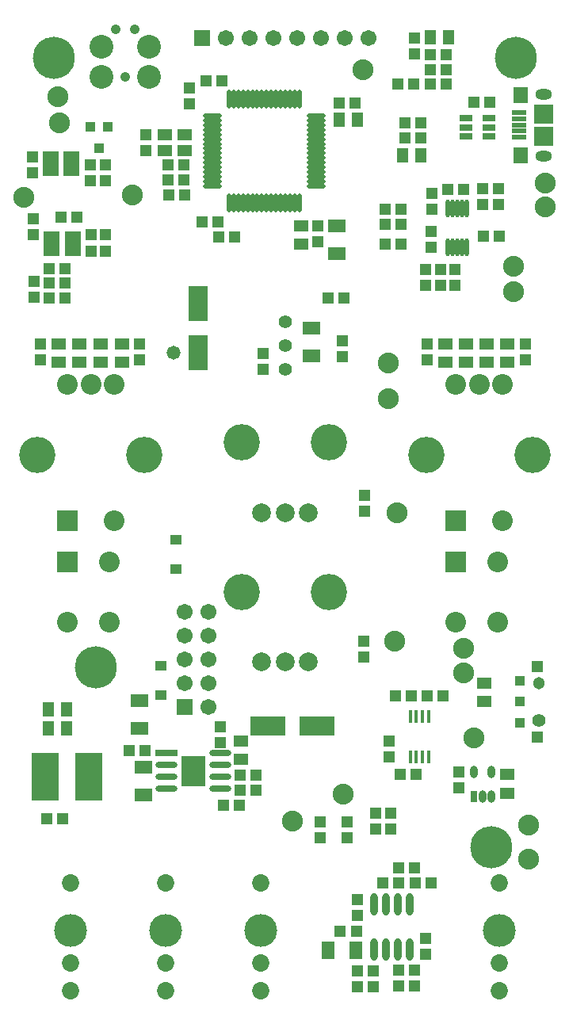
<source format=gts>
G04*
G04 #@! TF.GenerationSoftware,Altium Limited,CircuitStudio,1.5.1 (13)*
G04*
G04 Layer_Color=20142*
%FSLAX44Y44*%
%MOMM*%
G71*
G01*
G75*
%ADD10R,0.4318X1.4224*%
%ADD98R,1.1532X1.1032*%
%ADD99R,1.5032X1.2532*%
%ADD100R,1.4031X0.8032*%
%ADD101R,1.3032X1.2032*%
%ADD102R,1.5532X0.6032*%
%ADD103R,1.6032X1.8032*%
%ADD104R,2.1032X2.1032*%
%ADD105R,1.2032X1.3032*%
%ADD106R,1.2532X1.5032*%
%ADD107R,1.7532X0.6532*%
%ADD108R,1.0032X1.1032*%
%ADD109R,1.9532X1.3532*%
%ADD110O,0.5032X1.9032*%
%ADD111R,2.9032X5.1031*%
%ADD112O,2.0032X0.5032*%
%ADD113O,0.5032X2.0032*%
%ADD114R,1.5032X1.3032*%
%ADD115O,0.8032X2.4032*%
%ADD116R,1.3532X1.9532*%
%ADD117R,3.7532X2.0532*%
%ADD118R,2.0532X3.7532*%
%ADD119O,2.3532X0.6532*%
%ADD120R,2.3532X0.6532*%
%ADD121R,2.6032X3.3032*%
%ADD122O,0.8032X1.3032*%
%ADD123R,0.8032X1.3032*%
%ADD124R,1.0032X1.0032*%
%ADD125R,1.2032X1.2032*%
%ADD126C,2.2352*%
%ADD127C,4.5032*%
%ADD128O,1.8032X1.1032*%
%ADD129R,2.2032X2.2032*%
%ADD130C,2.2032*%
%ADD131R,2.2032X2.2032*%
%ADD132C,3.8651*%
%ADD133C,1.7032*%
%ADD134R,1.7032X1.7032*%
%ADD135C,1.0668*%
%ADD136C,2.5400*%
%ADD137R,1.7032X1.7032*%
%ADD138C,1.4032*%
%ADD139C,2.0033*%
%ADD140C,1.8533*%
%ADD141C,3.5032*%
%ADD142C,1.3032*%
%ADD143C,1.4732*%
D10*
X685194Y564769D02*
D03*
X691694D02*
D03*
X698194D02*
D03*
X704694D02*
D03*
Y521335D02*
D03*
X698194D02*
D03*
X691694D02*
D03*
X685194D02*
D03*
D98*
X419100Y618744D02*
D03*
Y587244D02*
D03*
X435102Y722118D02*
D03*
Y753618D02*
D03*
D99*
X764540Y580546D02*
D03*
Y600046D02*
D03*
X788416Y962338D02*
D03*
Y942838D02*
D03*
X744916Y962338D02*
D03*
Y942838D02*
D03*
X722869Y962338D02*
D03*
Y942838D02*
D03*
X331963Y942584D02*
D03*
Y962084D02*
D03*
X354417D02*
D03*
Y942584D02*
D03*
X766963Y962338D02*
D03*
Y942838D02*
D03*
X309510Y942584D02*
D03*
Y962084D02*
D03*
X376870Y942584D02*
D03*
Y962084D02*
D03*
X504190Y538070D02*
D03*
Y518570D02*
D03*
X788416Y502256D02*
D03*
Y482756D02*
D03*
X568960Y1088488D02*
D03*
Y1068988D02*
D03*
D100*
X769673Y1184300D02*
D03*
Y1193800D02*
D03*
Y1203299D02*
D03*
X744675D02*
D03*
Y1193800D02*
D03*
Y1184300D02*
D03*
D101*
X696586Y1182624D02*
D03*
X679586D02*
D03*
X696586Y1198372D02*
D03*
X679586D02*
D03*
X752992Y1220470D02*
D03*
X769992D02*
D03*
X723528Y1240012D02*
D03*
X706528D02*
D03*
X706528Y1271762D02*
D03*
X723528D02*
D03*
X689238Y1240012D02*
D03*
X672238D02*
D03*
X299602Y1011682D02*
D03*
X316602D02*
D03*
X316602Y1027430D02*
D03*
X299602D02*
D03*
X299602Y1043178D02*
D03*
X316602D02*
D03*
X328794Y1097534D02*
D03*
X311794D02*
D03*
X658504Y1106424D02*
D03*
X675504D02*
D03*
X658504Y1068832D02*
D03*
X675504D02*
D03*
X780406Y1077976D02*
D03*
X763406D02*
D03*
X703462Y586486D02*
D03*
X720462D02*
D03*
X686172D02*
D03*
X669172D02*
D03*
X723528Y1255760D02*
D03*
X706528D02*
D03*
X443602Y1137412D02*
D03*
X426602D02*
D03*
X443348Y1153414D02*
D03*
X426348D02*
D03*
X479416Y1092708D02*
D03*
X462416D02*
D03*
X609482Y1219454D02*
D03*
X626482D02*
D03*
X483734Y1243838D02*
D03*
X466734D02*
D03*
X658504Y1090168D02*
D03*
X675504D02*
D03*
X385200Y527812D02*
D03*
X402200D02*
D03*
X296554Y455168D02*
D03*
X313554D02*
D03*
X520310Y501650D02*
D03*
X503310D02*
D03*
X520310Y485902D02*
D03*
X503310D02*
D03*
X502276Y469900D02*
D03*
X485276D02*
D03*
X742306Y1127252D02*
D03*
X725306D02*
D03*
X480450Y1076452D02*
D03*
X497450D02*
D03*
X672710Y386588D02*
D03*
X655710D02*
D03*
X610498Y334772D02*
D03*
X627498D02*
D03*
X690508Y386588D02*
D03*
X707508D02*
D03*
X646040Y292608D02*
D03*
X629040D02*
D03*
X672982Y276352D02*
D03*
X689982D02*
D03*
X672728Y293624D02*
D03*
X689728D02*
D03*
X672728Y402844D02*
D03*
X689728D02*
D03*
X629040Y276098D02*
D03*
X646040D02*
D03*
X597036Y1011682D02*
D03*
X614036D02*
D03*
X426856Y1121410D02*
D03*
X443856D02*
D03*
X691506Y502920D02*
D03*
X674506D02*
D03*
D102*
X801290Y1183340D02*
D03*
Y1189840D02*
D03*
Y1196340D02*
D03*
Y1202840D02*
D03*
Y1209340D02*
D03*
D103*
X803540Y1164340D02*
D03*
Y1228340D02*
D03*
D104*
X828040Y1184340D02*
D03*
Y1208340D02*
D03*
D105*
X690000Y1289250D02*
D03*
Y1272250D02*
D03*
X588772Y451594D02*
D03*
Y434594D02*
D03*
X617982Y451594D02*
D03*
Y434594D02*
D03*
X359156Y1136532D02*
D03*
Y1153532D02*
D03*
X343154Y1136532D02*
D03*
Y1153532D02*
D03*
X281940Y1145168D02*
D03*
Y1162168D02*
D03*
X282448Y1079382D02*
D03*
Y1096382D02*
D03*
X282956Y1012072D02*
D03*
Y1029072D02*
D03*
X359918Y1061856D02*
D03*
Y1078856D02*
D03*
X343916Y1061856D02*
D03*
Y1078856D02*
D03*
X635254Y644770D02*
D03*
Y627770D02*
D03*
X636016Y800726D02*
D03*
Y783726D02*
D03*
X290068Y962074D02*
D03*
Y945074D02*
D03*
X807974Y962270D02*
D03*
Y945270D02*
D03*
X703580Y962270D02*
D03*
Y945270D02*
D03*
X396240Y962074D02*
D03*
Y945074D02*
D03*
X779272Y1128640D02*
D03*
Y1111640D02*
D03*
X762508Y1128640D02*
D03*
Y1111640D02*
D03*
X528066Y952618D02*
D03*
Y935618D02*
D03*
X449580Y1218574D02*
D03*
Y1235574D02*
D03*
X586740Y1088254D02*
D03*
Y1071254D02*
D03*
X482600Y553330D02*
D03*
Y536330D02*
D03*
X733298Y1041772D02*
D03*
Y1024772D02*
D03*
X402336Y1185790D02*
D03*
Y1168790D02*
D03*
X708152Y1123306D02*
D03*
Y1106306D02*
D03*
X707136Y1082920D02*
D03*
Y1065920D02*
D03*
X717296Y1024772D02*
D03*
Y1041772D02*
D03*
X737362Y505070D02*
D03*
Y488070D02*
D03*
X647954Y460874D02*
D03*
Y443874D02*
D03*
X663956Y460874D02*
D03*
Y443874D02*
D03*
X701548Y1024772D02*
D03*
Y1041772D02*
D03*
X612902Y949198D02*
D03*
Y966198D02*
D03*
X628904Y352180D02*
D03*
Y369180D02*
D03*
X701802Y327778D02*
D03*
Y310778D02*
D03*
X662432Y521090D02*
D03*
Y538090D02*
D03*
D106*
X726000Y1290000D02*
D03*
X706500D02*
D03*
X298352Y551688D02*
D03*
X317852D02*
D03*
X298352Y572262D02*
D03*
X317852D02*
D03*
X609502Y1201674D02*
D03*
X629002D02*
D03*
X677320Y1164336D02*
D03*
X696820D02*
D03*
D107*
X323416Y1145188D02*
D03*
Y1151688D02*
D03*
Y1158188D02*
D03*
Y1164688D02*
D03*
X300916Y1145188D02*
D03*
Y1151688D02*
D03*
Y1158188D02*
D03*
Y1164688D02*
D03*
X301932Y1079598D02*
D03*
Y1073098D02*
D03*
Y1066598D02*
D03*
Y1060098D02*
D03*
X324432Y1079598D02*
D03*
Y1073098D02*
D03*
Y1066598D02*
D03*
Y1060098D02*
D03*
D108*
X362306Y1194382D02*
D03*
X343306D02*
D03*
X352806Y1171882D02*
D03*
D109*
X579628Y949688D02*
D03*
Y979188D02*
D03*
X606806Y1088154D02*
D03*
Y1058654D02*
D03*
X396240Y551924D02*
D03*
Y581424D02*
D03*
X400304Y480804D02*
D03*
Y510304D02*
D03*
D110*
X745330Y1106858D02*
D03*
X740330D02*
D03*
X735330D02*
D03*
X730330D02*
D03*
X725330D02*
D03*
X745330Y1065858D02*
D03*
X740330D02*
D03*
X735330D02*
D03*
X730330D02*
D03*
X725330D02*
D03*
D111*
X341516Y499872D02*
D03*
X295516D02*
D03*
D112*
X473582Y1206154D02*
D03*
Y1201154D02*
D03*
Y1196154D02*
D03*
Y1191154D02*
D03*
Y1186154D02*
D03*
Y1181154D02*
D03*
Y1176154D02*
D03*
Y1171154D02*
D03*
Y1166154D02*
D03*
Y1161154D02*
D03*
Y1156154D02*
D03*
Y1151154D02*
D03*
Y1146154D02*
D03*
Y1141154D02*
D03*
Y1136154D02*
D03*
Y1131154D02*
D03*
X584582D02*
D03*
Y1136154D02*
D03*
Y1141154D02*
D03*
Y1146154D02*
D03*
Y1151154D02*
D03*
Y1156154D02*
D03*
Y1161154D02*
D03*
Y1166154D02*
D03*
Y1171154D02*
D03*
Y1176154D02*
D03*
Y1181154D02*
D03*
Y1186154D02*
D03*
Y1191154D02*
D03*
Y1196154D02*
D03*
Y1201154D02*
D03*
Y1206154D02*
D03*
D113*
X491582Y1113154D02*
D03*
X496582D02*
D03*
X501582D02*
D03*
X506582D02*
D03*
X511582D02*
D03*
X516582D02*
D03*
X521582D02*
D03*
X526582D02*
D03*
X531582D02*
D03*
X536582D02*
D03*
X541582D02*
D03*
X546582D02*
D03*
X551582D02*
D03*
X556582D02*
D03*
X561582D02*
D03*
X566582D02*
D03*
Y1224154D02*
D03*
X561582D02*
D03*
X556582D02*
D03*
X551582D02*
D03*
X546582D02*
D03*
X541582D02*
D03*
X536582D02*
D03*
X531582D02*
D03*
X526582D02*
D03*
X521582D02*
D03*
X516582D02*
D03*
X511582D02*
D03*
X506582D02*
D03*
X501582D02*
D03*
X496582D02*
D03*
X491582D02*
D03*
D114*
X423340Y1169294D02*
D03*
Y1185794D02*
D03*
X444340Y1169294D02*
D03*
Y1185794D02*
D03*
D115*
X684276Y363852D02*
D03*
X671576D02*
D03*
X658876D02*
D03*
X646176D02*
D03*
X684276Y315852D02*
D03*
X671576D02*
D03*
X658876D02*
D03*
X646176D02*
D03*
D116*
X626890Y314706D02*
D03*
X597390D02*
D03*
D117*
X533312Y554736D02*
D03*
X585812D02*
D03*
D118*
X458724Y953428D02*
D03*
Y1005928D02*
D03*
D119*
X482460Y487090D02*
D03*
Y499790D02*
D03*
Y512490D02*
D03*
Y525190D02*
D03*
X424960Y487090D02*
D03*
Y499790D02*
D03*
Y512490D02*
D03*
D120*
Y525190D02*
D03*
D121*
X453710Y506140D02*
D03*
D122*
X771856Y505044D02*
D03*
X752856D02*
D03*
X771856Y479044D02*
D03*
X762356D02*
D03*
D123*
X752856D02*
D03*
D124*
X802000Y557750D02*
D03*
Y580250D02*
D03*
Y602750D02*
D03*
D125*
X821001Y542750D02*
D03*
Y617750D02*
D03*
D126*
X308610Y1226820D02*
D03*
X310134Y1198880D02*
D03*
X671068Y781812D02*
D03*
X661670Y903732D02*
D03*
X742188Y637032D02*
D03*
X613918Y481838D02*
D03*
X661670Y941832D02*
D03*
X742188Y611378D02*
D03*
X811530Y448818D02*
D03*
Y412496D02*
D03*
X559562Y452374D02*
D03*
X753618Y542036D02*
D03*
X829056Y1134618D02*
D03*
Y1108964D02*
D03*
X795782Y1045464D02*
D03*
Y1018032D02*
D03*
X634492Y1255776D02*
D03*
X388620Y1121410D02*
D03*
X272542Y1119378D02*
D03*
X668782Y645160D02*
D03*
D127*
X771906Y425196D02*
D03*
X348996Y616712D02*
D03*
X798200Y1268200D02*
D03*
X304800D02*
D03*
D128*
X828040Y1163340D02*
D03*
Y1229340D02*
D03*
D129*
X319000Y729996D02*
D03*
X734000D02*
D03*
D130*
X319000Y664996D02*
D03*
X364000Y729996D02*
D03*
Y664996D02*
D03*
X779000D02*
D03*
Y729996D02*
D03*
X734000Y664996D02*
D03*
X369000Y919000D02*
D03*
X344000D02*
D03*
X319000D02*
D03*
X369000Y774000D02*
D03*
X784000D02*
D03*
X734000Y919000D02*
D03*
X759000D02*
D03*
X784000D02*
D03*
D131*
X319000Y774000D02*
D03*
X734000D02*
D03*
D132*
X287000Y844000D02*
D03*
X401000D02*
D03*
X816000D02*
D03*
X702000D02*
D03*
X598002Y857485D02*
D03*
X505000D02*
D03*
Y697800D02*
D03*
X598002D02*
D03*
D133*
X640400Y1289050D02*
D03*
X615000D02*
D03*
X589600D02*
D03*
X564200D02*
D03*
X538800D02*
D03*
X513400D02*
D03*
X488000D02*
D03*
X469392Y575056D02*
D03*
X443992Y600456D02*
D03*
X469392D02*
D03*
X443992Y625856D02*
D03*
X469392D02*
D03*
X443992Y651256D02*
D03*
X469392D02*
D03*
X443992Y676656D02*
D03*
X469392D02*
D03*
D134*
X462600Y1289050D02*
D03*
D135*
X380746Y1247902D02*
D03*
X390906Y1298702D02*
D03*
X370586D02*
D03*
D136*
X355346Y1247902D02*
D03*
X406146D02*
D03*
Y1279652D02*
D03*
X355346D02*
D03*
D137*
X443992Y575056D02*
D03*
D138*
X551502Y986282D02*
D03*
Y935482D02*
D03*
Y960882D02*
D03*
X822800Y560250D02*
D03*
D139*
X576501Y782483D02*
D03*
X551502D02*
D03*
X526501D02*
D03*
Y622799D02*
D03*
X551502D02*
D03*
X576501D02*
D03*
D140*
X525780Y386296D02*
D03*
Y301295D02*
D03*
Y271295D02*
D03*
X424180D02*
D03*
Y301295D02*
D03*
Y386296D02*
D03*
X322580D02*
D03*
Y301295D02*
D03*
Y271295D02*
D03*
X780420D02*
D03*
Y301295D02*
D03*
Y386296D02*
D03*
D141*
X525780Y336296D02*
D03*
X424180D02*
D03*
X322580D02*
D03*
X780420D02*
D03*
D142*
X822800Y600250D02*
D03*
D143*
X432562Y953008D02*
D03*
M02*

</source>
